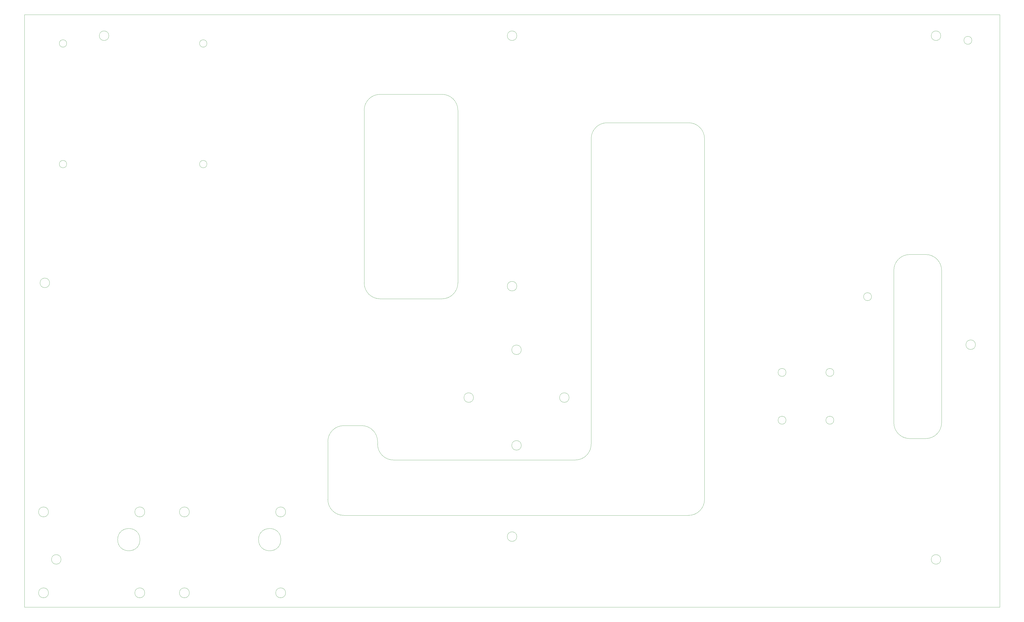
<source format=gbr>
G04 #@! TF.FileFunction,Profile,NP*
%FSLAX46Y46*%
G04 Gerber Fmt 4.6, Leading zero omitted, Abs format (unit mm)*
G04 Created by KiCad (PCBNEW 4.0.6) date 02/28/20 07:27:54*
%MOMM*%
%LPD*%
G01*
G04 APERTURE LIST*
%ADD10C,0.100000*%
%ADD11C,0.005906*%
G04 APERTURE END LIST*
D10*
D11*
X252965603Y-316862733D02*
X503155603Y-316862733D01*
X255244600Y-250825000D02*
X255244600Y-251841000D01*
X187274994Y-140217757D02*
G75*
G03X187274994Y-140217757I-1473200J0D01*
G01*
X131394994Y-140217757D02*
G75*
G03X131394994Y-140217757I-1473200J0D01*
G01*
X187274994Y-92112377D02*
G75*
G03X187274994Y-92112377I-1473200J0D01*
G01*
X131394994Y-92112377D02*
G75*
G03X131394994Y-92112377I-1473200J0D01*
G01*
X162490803Y-278889733D02*
G75*
G03X162490803Y-278889733I-1981200J0D01*
G01*
X124136803Y-278889733D02*
G75*
G03X124136803Y-278889733I-1981200J0D01*
G01*
X124136803Y-311147733D02*
G75*
G03X124136803Y-311147733I-1981200J0D01*
G01*
X162490803Y-311147733D02*
G75*
G03X162490803Y-311147733I-1981200J0D01*
G01*
X180270803Y-311147733D02*
G75*
G03X180270803Y-311147733I-1981200J0D01*
G01*
X218624803Y-311147733D02*
G75*
G03X218624803Y-311147733I-1981200J0D01*
G01*
X218624803Y-278889733D02*
G75*
G03X218624803Y-278889733I-1981200J0D01*
G01*
X180270803Y-278889733D02*
G75*
G03X180270803Y-278889733I-1981200J0D01*
G01*
X460951396Y-243295162D02*
X460951396Y-182599801D01*
X467301396Y-249645162D02*
G75*
G02X460951396Y-243295162I0J6350000D01*
G01*
X473651396Y-249645162D02*
X467301396Y-249645162D01*
X480001396Y-243295162D02*
G75*
G02X473651396Y-249645162I-6350000J0D01*
G01*
X480001396Y-182599801D02*
X480001396Y-243295162D01*
X473651396Y-176249801D02*
G75*
G02X480001396Y-182599801I0J-6350000D01*
G01*
X467301396Y-176249801D02*
X473651396Y-176249801D01*
X460951396Y-182599801D02*
G75*
G02X467301396Y-176249801I6350000J0D01*
G01*
X331578603Y-233296733D02*
G75*
G03X331578603Y-233296733I-1905000J0D01*
G01*
X312528603Y-214246733D02*
G75*
G03X312528603Y-214246733I-1905000J0D01*
G01*
X293478603Y-233296733D02*
G75*
G03X293478603Y-233296733I-1905000J0D01*
G01*
X312528603Y-252346733D02*
G75*
G03X312528603Y-252346733I-1905000J0D01*
G01*
X492053696Y-90855001D02*
G75*
G03X492053696Y-90855001I-1587500J0D01*
G01*
X452074096Y-193064601D02*
G75*
G03X452074096Y-193064601I-1587500J0D01*
G01*
X418005893Y-242313733D02*
G75*
G03X418005893Y-242313733I-1587500J0D01*
G01*
X437055893Y-242313733D02*
G75*
G03X437055893Y-242313733I-1587500J0D01*
G01*
X437055893Y-223263733D02*
G75*
G03X437055893Y-223263733I-1587500J0D01*
G01*
X418005893Y-223263733D02*
G75*
G03X418005893Y-223263733I-1587500J0D01*
G01*
X124570245Y-187563948D02*
G75*
G03X124570245Y-187563948I-1905000J0D01*
G01*
X493483499Y-212215315D02*
G75*
G03X493483499Y-212215315I-1905000J0D01*
G01*
X310750603Y-288719533D02*
G75*
G03X310750603Y-288719533I-1905000J0D01*
G01*
X479660603Y-89024733D02*
G75*
G03X479660603Y-89024733I-1905000J0D01*
G01*
X310750603Y-89024733D02*
G75*
G03X310750603Y-89024733I-1905000J0D01*
G01*
X148190603Y-89024733D02*
G75*
G03X148190603Y-89024733I-1905000J0D01*
G01*
X129140603Y-297812733D02*
G75*
G03X129140603Y-297812733I-1905000J0D01*
G01*
X479660603Y-297812733D02*
G75*
G03X479660603Y-297812733I-1905000J0D01*
G01*
X310750603Y-188872133D02*
G75*
G03X310750603Y-188872133I-1905000J0D01*
G01*
X216719803Y-289938733D02*
G75*
G03X216719803Y-289938733I-4445000J0D01*
G01*
X160585803Y-289938733D02*
G75*
G03X160585803Y-289938733I-4445000J0D01*
G01*
X249917603Y-118742733D02*
G75*
G02X256267603Y-112392733I6350000J0D01*
G01*
X280905603Y-112392733D02*
X256267603Y-112392733D01*
X280905603Y-112392733D02*
G75*
G02X287255603Y-118742733I0J-6350000D01*
G01*
X287255603Y-187576733D02*
X287255603Y-118742733D01*
X287255603Y-187576733D02*
G75*
G02X280905603Y-193926733I-6350000J0D01*
G01*
X256267603Y-193926733D02*
X280905603Y-193926733D01*
X256267603Y-193926733D02*
G75*
G02X249917603Y-187576733I0J6350000D01*
G01*
X249917603Y-118742733D02*
X249917603Y-187576733D01*
X379178203Y-280261333D02*
X241789603Y-280261333D01*
X385528203Y-273911333D02*
G75*
G02X379178203Y-280261333I-6350000J0D01*
G01*
X385528203Y-130071133D02*
X385528203Y-273911333D01*
X379178203Y-123721133D02*
G75*
G02X385528203Y-130071133I0J-6350000D01*
G01*
X346717003Y-123721133D02*
X379178203Y-123721133D01*
X340367003Y-130071133D02*
G75*
G02X346717003Y-123721133I6350000J0D01*
G01*
X340367003Y-251838733D02*
X340367003Y-130071133D01*
X340366993Y-251849816D02*
G75*
G02X334017003Y-258188733I-6349990J11083D01*
G01*
X261601603Y-258188733D02*
X334017003Y-258188733D01*
X261601603Y-258188733D02*
G75*
G02X255251603Y-251838733I0J6350000D01*
G01*
X248901603Y-244472733D02*
G75*
G02X255251603Y-250822733I0J-6350000D01*
G01*
X241789603Y-244472733D02*
X248901603Y-244472733D01*
X235439603Y-250822733D02*
G75*
G02X241789603Y-244472733I6350000J0D01*
G01*
X235439603Y-273911333D02*
X235439603Y-250822733D01*
X241789603Y-280261333D02*
G75*
G02X235439603Y-273911333I0J6350000D01*
G01*
X503155603Y-80642733D02*
X114535603Y-80642733D01*
X503155603Y-316862733D02*
X503155603Y-80642733D01*
X114535603Y-316862733D02*
X252965603Y-316862733D01*
X114535603Y-80642733D02*
X114535603Y-316862733D01*
M02*

</source>
